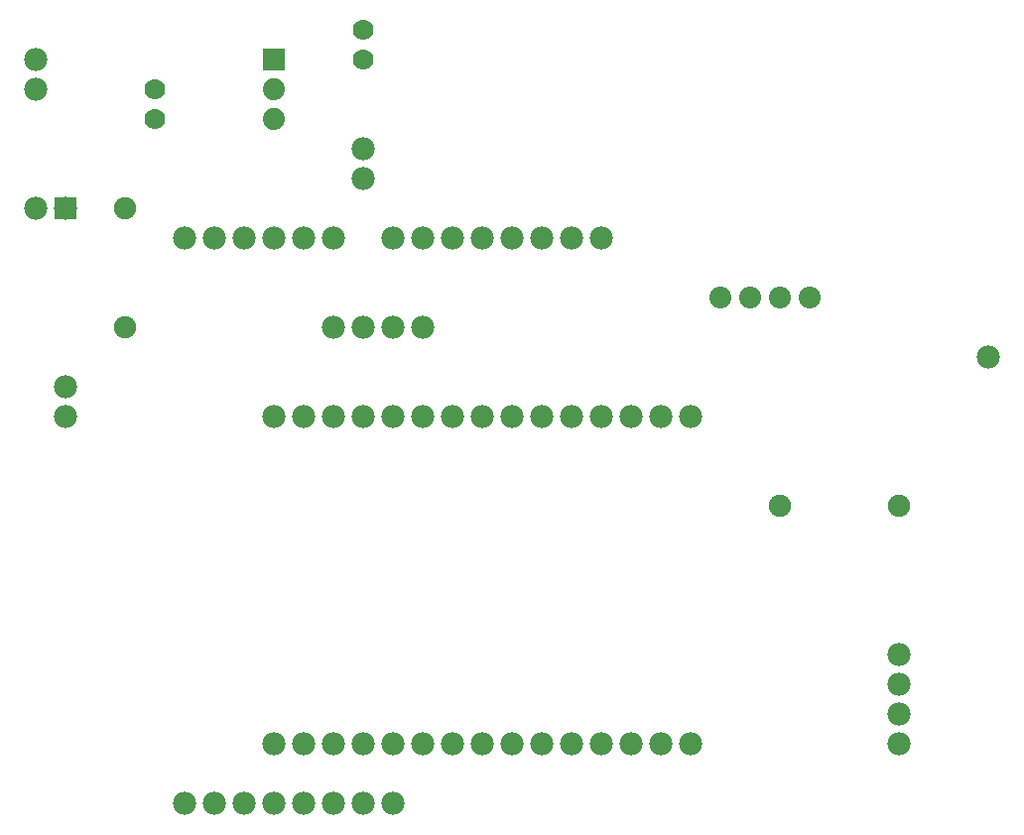
<source format=gtl>
G04 MADE WITH FRITZING*
G04 WWW.FRITZING.ORG*
G04 DOUBLE SIDED*
G04 HOLES PLATED*
G04 CONTOUR ON CENTER OF CONTOUR VECTOR*
%ASAXBY*%
%FSLAX23Y23*%
%MOIN*%
%OFA0B0*%
%SFA1.0B1.0*%
%ADD10C,0.078000*%
%ADD11C,0.070000*%
%ADD12C,0.074000*%
%ADD13C,0.075000*%
%ADD14C,0.073889*%
%ADD15R,0.078000X0.078000*%
%ADD16R,0.001000X0.001000*%
%LNCOPPER1*%
G90*
G70*
G54D10*
X386Y2763D03*
X386Y2663D03*
G54D11*
X786Y2563D03*
X786Y2663D03*
G54D12*
X1186Y2763D03*
X1186Y2663D03*
X1186Y2563D03*
X1186Y2763D03*
X1186Y2663D03*
X1186Y2563D03*
G54D11*
X1486Y2763D03*
X1486Y2863D03*
G54D10*
X1486Y2463D03*
X1486Y2363D03*
X3286Y763D03*
X3286Y663D03*
X3286Y563D03*
X3286Y463D03*
X1686Y1863D03*
X1586Y1863D03*
X1486Y1863D03*
X1386Y1863D03*
G54D13*
X686Y1863D03*
X686Y2263D03*
G54D10*
X486Y2263D03*
X386Y2263D03*
G54D14*
X2986Y1963D03*
X2886Y1963D03*
X2786Y1963D03*
X2686Y1963D03*
G54D10*
X1186Y463D03*
X1286Y463D03*
X1386Y463D03*
X1486Y463D03*
X1586Y463D03*
X1686Y463D03*
X1786Y463D03*
X1886Y463D03*
X1986Y463D03*
X2086Y463D03*
X2186Y463D03*
X2286Y463D03*
X2386Y463D03*
X2486Y463D03*
X2586Y463D03*
X886Y2163D03*
X986Y2163D03*
X1086Y2163D03*
X1186Y2163D03*
X1286Y2163D03*
X1386Y2163D03*
X1586Y2163D03*
X1686Y2163D03*
X1786Y2163D03*
X1886Y2163D03*
X1986Y2163D03*
X2086Y2163D03*
X2186Y2163D03*
X2286Y2163D03*
X1186Y1563D03*
X1286Y1563D03*
X1386Y1563D03*
X1486Y1563D03*
X1586Y1563D03*
X1686Y1563D03*
X1786Y1563D03*
X1886Y1563D03*
X1986Y1563D03*
X2086Y1563D03*
X2186Y1563D03*
X2286Y1563D03*
X2386Y1563D03*
X2486Y1563D03*
X2586Y1563D03*
X886Y263D03*
X986Y263D03*
X1086Y263D03*
X1186Y263D03*
X1286Y263D03*
X1386Y263D03*
X1486Y263D03*
X1586Y263D03*
X486Y1663D03*
X486Y1563D03*
G54D13*
X3286Y1263D03*
X2886Y1263D03*
G54D10*
X3586Y1763D03*
G54D15*
X486Y2263D03*
G54D16*
X1149Y2800D02*
X1222Y2800D01*
X1149Y2799D02*
X1222Y2799D01*
X1149Y2798D02*
X1222Y2798D01*
X1149Y2797D02*
X1222Y2797D01*
X1149Y2796D02*
X1222Y2796D01*
X1149Y2795D02*
X1222Y2795D01*
X1149Y2794D02*
X1222Y2794D01*
X1149Y2793D02*
X1222Y2793D01*
X1149Y2792D02*
X1222Y2792D01*
X1149Y2791D02*
X1222Y2791D01*
X1149Y2790D02*
X1222Y2790D01*
X1149Y2789D02*
X1222Y2789D01*
X1149Y2788D02*
X1222Y2788D01*
X1149Y2787D02*
X1222Y2787D01*
X1149Y2786D02*
X1222Y2786D01*
X1149Y2785D02*
X1222Y2785D01*
X1149Y2784D02*
X1222Y2784D01*
X1149Y2783D02*
X1180Y2783D01*
X1190Y2783D02*
X1222Y2783D01*
X1149Y2782D02*
X1177Y2782D01*
X1193Y2782D02*
X1222Y2782D01*
X1149Y2781D02*
X1175Y2781D01*
X1195Y2781D02*
X1222Y2781D01*
X1149Y2780D02*
X1174Y2780D01*
X1197Y2780D02*
X1222Y2780D01*
X1149Y2779D02*
X1172Y2779D01*
X1198Y2779D02*
X1222Y2779D01*
X1149Y2778D02*
X1171Y2778D01*
X1200Y2778D02*
X1222Y2778D01*
X1149Y2777D02*
X1170Y2777D01*
X1200Y2777D02*
X1222Y2777D01*
X1149Y2776D02*
X1170Y2776D01*
X1201Y2776D02*
X1222Y2776D01*
X1149Y2775D02*
X1169Y2775D01*
X1202Y2775D02*
X1222Y2775D01*
X1149Y2774D02*
X1168Y2774D01*
X1203Y2774D02*
X1222Y2774D01*
X1149Y2773D02*
X1168Y2773D01*
X1203Y2773D02*
X1222Y2773D01*
X1149Y2772D02*
X1167Y2772D01*
X1204Y2772D02*
X1222Y2772D01*
X1149Y2771D02*
X1167Y2771D01*
X1204Y2771D02*
X1222Y2771D01*
X1149Y2770D02*
X1166Y2770D01*
X1205Y2770D02*
X1222Y2770D01*
X1149Y2769D02*
X1166Y2769D01*
X1205Y2769D02*
X1222Y2769D01*
X1149Y2768D02*
X1166Y2768D01*
X1205Y2768D02*
X1222Y2768D01*
X1149Y2767D02*
X1166Y2767D01*
X1205Y2767D02*
X1222Y2767D01*
X1149Y2766D02*
X1165Y2766D01*
X1205Y2766D02*
X1222Y2766D01*
X1149Y2765D02*
X1165Y2765D01*
X1205Y2765D02*
X1222Y2765D01*
X1149Y2764D02*
X1165Y2764D01*
X1206Y2764D02*
X1222Y2764D01*
X1149Y2763D02*
X1165Y2763D01*
X1205Y2763D02*
X1222Y2763D01*
X1149Y2762D02*
X1165Y2762D01*
X1205Y2762D02*
X1222Y2762D01*
X1149Y2761D02*
X1166Y2761D01*
X1205Y2761D02*
X1222Y2761D01*
X1149Y2760D02*
X1166Y2760D01*
X1205Y2760D02*
X1222Y2760D01*
X1149Y2759D02*
X1166Y2759D01*
X1205Y2759D02*
X1222Y2759D01*
X1149Y2758D02*
X1166Y2758D01*
X1205Y2758D02*
X1222Y2758D01*
X1149Y2757D02*
X1167Y2757D01*
X1204Y2757D02*
X1222Y2757D01*
X1149Y2756D02*
X1167Y2756D01*
X1204Y2756D02*
X1222Y2756D01*
X1149Y2755D02*
X1167Y2755D01*
X1203Y2755D02*
X1222Y2755D01*
X1149Y2754D02*
X1168Y2754D01*
X1203Y2754D02*
X1222Y2754D01*
X1149Y2753D02*
X1169Y2753D01*
X1202Y2753D02*
X1222Y2753D01*
X1149Y2752D02*
X1169Y2752D01*
X1202Y2752D02*
X1222Y2752D01*
X1149Y2751D02*
X1170Y2751D01*
X1201Y2751D02*
X1222Y2751D01*
X1149Y2750D02*
X1171Y2750D01*
X1200Y2750D02*
X1222Y2750D01*
X1149Y2749D02*
X1172Y2749D01*
X1199Y2749D02*
X1222Y2749D01*
X1149Y2748D02*
X1173Y2748D01*
X1197Y2748D02*
X1222Y2748D01*
X1149Y2747D02*
X1175Y2747D01*
X1196Y2747D02*
X1222Y2747D01*
X1149Y2746D02*
X1177Y2746D01*
X1194Y2746D02*
X1222Y2746D01*
X1149Y2745D02*
X1180Y2745D01*
X1191Y2745D02*
X1222Y2745D01*
X1149Y2744D02*
X1222Y2744D01*
X1149Y2743D02*
X1222Y2743D01*
X1149Y2742D02*
X1222Y2742D01*
X1149Y2741D02*
X1222Y2741D01*
X1149Y2740D02*
X1222Y2740D01*
X1149Y2739D02*
X1222Y2739D01*
X1149Y2738D02*
X1222Y2738D01*
X1149Y2737D02*
X1222Y2737D01*
X1149Y2736D02*
X1222Y2736D01*
X1149Y2735D02*
X1222Y2735D01*
X1149Y2734D02*
X1222Y2734D01*
X1149Y2733D02*
X1222Y2733D01*
X1149Y2732D02*
X1222Y2732D01*
X1149Y2731D02*
X1222Y2731D01*
X1149Y2730D02*
X1222Y2730D01*
X1149Y2729D02*
X1222Y2729D01*
X1149Y2728D02*
X1222Y2728D01*
X1149Y2727D02*
X1222Y2727D01*
D02*
G04 End of Copper1*
M02*
</source>
